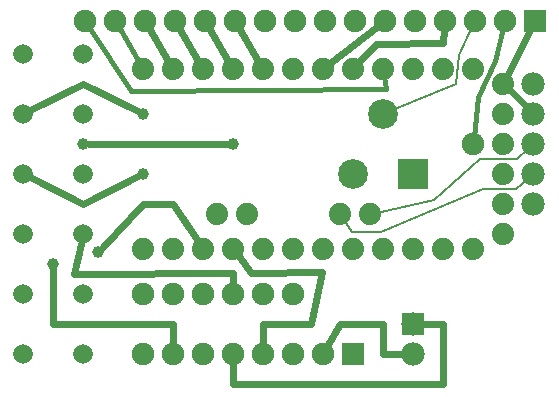
<source format=gbl>
G04 MADE WITH FRITZING*
G04 WWW.FRITZING.ORG*
G04 DOUBLE SIDED*
G04 HOLES PLATED*
G04 CONTOUR ON CENTER OF CONTOUR VECTOR*
%ASAXBY*%
%FSLAX23Y23*%
%MOIN*%
%OFA0B0*%
%SFA1.0B1.0*%
%ADD10C,0.075000*%
%ADD11C,0.065418*%
%ADD12C,0.039370*%
%ADD13C,0.078000*%
%ADD14C,0.099000*%
%ADD15C,0.074000*%
%ADD16C,0.075433*%
%ADD17R,0.075000X0.075000*%
%ADD18R,0.078000X0.078000*%
%ADD19R,0.099000X0.099000*%
%ADD20C,0.024000*%
%ADD21C,0.008000*%
%ADD22C,0.016000*%
%LNCOPPER0*%
G90*
G70*
G54D10*
X476Y152D03*
X576Y152D03*
X676Y152D03*
X476Y352D03*
X576Y352D03*
X676Y352D03*
X776Y152D03*
X876Y152D03*
X976Y152D03*
X776Y352D03*
X876Y352D03*
X976Y352D03*
X1176Y152D03*
X1076Y152D03*
G54D11*
X276Y152D03*
X76Y152D03*
X276Y352D03*
X76Y352D03*
X276Y952D03*
X76Y952D03*
X276Y1152D03*
X76Y1152D03*
X276Y552D03*
X76Y552D03*
X276Y752D03*
X76Y752D03*
G54D12*
X326Y491D03*
X176Y451D03*
G54D13*
X1376Y252D03*
X1376Y152D03*
X1376Y252D03*
X1376Y152D03*
G54D12*
X776Y852D03*
X475Y752D03*
X475Y952D03*
X276Y852D03*
G54D13*
X1776Y1052D03*
X1776Y952D03*
X1776Y852D03*
X1776Y752D03*
X1776Y652D03*
X1776Y1052D03*
X1776Y952D03*
X1776Y852D03*
X1776Y752D03*
X1776Y652D03*
G54D14*
X1176Y752D03*
X1376Y752D03*
X1276Y952D03*
X1176Y752D03*
X1376Y752D03*
X1276Y952D03*
G54D15*
X1676Y552D03*
X1676Y652D03*
X1676Y752D03*
X1676Y852D03*
X1676Y952D03*
X1676Y1052D03*
X1131Y617D03*
X1231Y617D03*
X721Y617D03*
X821Y617D03*
X1576Y502D03*
X1476Y502D03*
X1376Y502D03*
X1276Y502D03*
X1176Y502D03*
X1076Y502D03*
X976Y502D03*
X876Y502D03*
X776Y502D03*
X676Y502D03*
X576Y502D03*
X476Y502D03*
X476Y1102D03*
X576Y1102D03*
X676Y1102D03*
X776Y1102D03*
X876Y1102D03*
X976Y1102D03*
X1076Y1102D03*
X1176Y1102D03*
X1276Y1102D03*
X1376Y1102D03*
X1476Y1102D03*
X1576Y1102D03*
G54D16*
X1577Y851D03*
G54D10*
X1782Y1262D03*
X1682Y1262D03*
X1582Y1262D03*
X1482Y1262D03*
X1382Y1262D03*
X1282Y1262D03*
X1182Y1262D03*
X1082Y1262D03*
X982Y1262D03*
X882Y1262D03*
X782Y1262D03*
X682Y1262D03*
X582Y1262D03*
X482Y1262D03*
X382Y1262D03*
X282Y1262D03*
X1782Y1262D03*
X1682Y1262D03*
X1582Y1262D03*
X1482Y1262D03*
X1382Y1262D03*
X1282Y1262D03*
X1182Y1262D03*
X1082Y1262D03*
X982Y1262D03*
X882Y1262D03*
X782Y1262D03*
X682Y1262D03*
X582Y1262D03*
X482Y1262D03*
X382Y1262D03*
X282Y1262D03*
G54D17*
X1176Y152D03*
G54D18*
X1376Y252D03*
X1376Y252D03*
G54D19*
X1376Y752D03*
X1376Y752D03*
G54D17*
X1782Y1262D03*
X1782Y1262D03*
G54D20*
X776Y422D02*
X776Y380D01*
D02*
X268Y519D02*
X244Y416D01*
D02*
X244Y416D02*
X776Y422D01*
D02*
X876Y251D02*
X876Y180D01*
D02*
X1073Y424D02*
X1034Y252D01*
D02*
X836Y420D02*
X1073Y424D01*
D02*
X1034Y252D02*
X876Y251D01*
D02*
X794Y477D02*
X836Y420D01*
D02*
X576Y651D02*
X658Y528D01*
D02*
X475Y651D02*
X576Y651D01*
D02*
X339Y505D02*
X475Y651D01*
D02*
X176Y251D02*
X176Y432D01*
D02*
X576Y251D02*
X176Y251D01*
D02*
X576Y180D02*
X576Y251D01*
D02*
X1090Y177D02*
X1131Y251D01*
D02*
X1131Y251D02*
X1276Y251D01*
D02*
X1276Y251D02*
X1276Y152D01*
D02*
X1276Y152D02*
X1346Y152D01*
D02*
X1476Y251D02*
X1476Y51D01*
D02*
X1476Y51D02*
X776Y51D01*
D02*
X1406Y252D02*
X1476Y251D01*
D02*
X776Y51D02*
X776Y123D01*
D02*
X276Y1051D02*
X106Y967D01*
D02*
X458Y961D02*
X276Y1051D01*
D02*
X295Y852D02*
X757Y852D01*
D02*
X276Y652D02*
X106Y737D01*
D02*
X458Y744D02*
X276Y652D01*
D02*
X1698Y1030D02*
X1754Y973D01*
G54D21*
D02*
X1173Y559D02*
X1146Y596D01*
D02*
X1269Y559D02*
X1173Y559D01*
D02*
X1610Y700D02*
X1269Y559D01*
D02*
X1720Y701D02*
X1610Y700D01*
D02*
X1758Y735D02*
X1720Y701D01*
D02*
X1599Y802D02*
X1445Y664D01*
D02*
X1722Y802D02*
X1599Y802D01*
D02*
X1758Y835D02*
X1722Y802D01*
G54D20*
D02*
X1251Y1185D02*
X1197Y1125D01*
D02*
X1476Y1188D02*
X1251Y1185D01*
D02*
X1480Y1233D02*
X1476Y1188D01*
D02*
X1690Y1079D02*
X1769Y1236D01*
D02*
X1259Y1244D02*
X1100Y1121D01*
D02*
X560Y1129D02*
X496Y1237D01*
D02*
X660Y1129D02*
X596Y1237D01*
D02*
X760Y1129D02*
X696Y1237D01*
D02*
X860Y1129D02*
X796Y1237D01*
G54D22*
D02*
X463Y1124D02*
X394Y1242D01*
D02*
X1579Y875D02*
X1591Y1006D01*
D02*
X1650Y1127D02*
X1677Y1239D01*
D02*
X1591Y1006D02*
X1650Y1127D01*
G54D21*
D02*
X1445Y664D02*
X1256Y622D01*
D02*
X1528Y1148D02*
X1572Y1241D01*
D02*
X1519Y1052D02*
X1528Y1148D01*
D02*
X1300Y962D02*
X1519Y1052D01*
G54D22*
D02*
X1284Y1035D02*
X436Y1027D01*
D02*
X436Y1027D02*
X295Y1242D01*
D02*
X1279Y1076D02*
X1284Y1035D01*
G04 End of Copper0*
M02*
</source>
